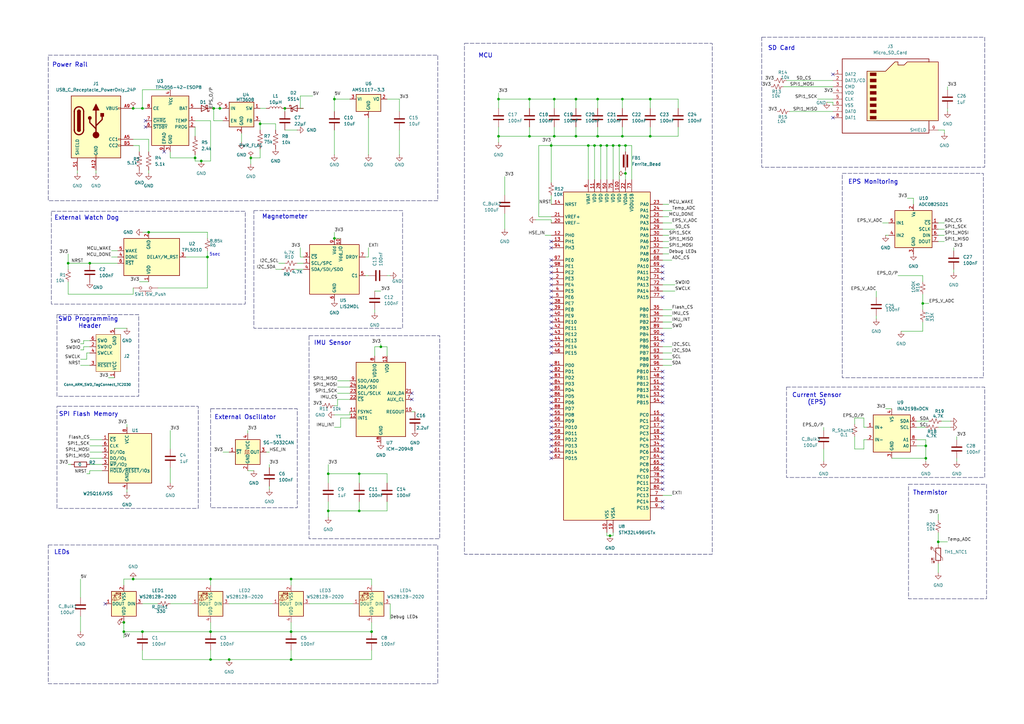
<source format=kicad_sch>
(kicad_sch (version 20250114) (generator "eeschema") (generator_version "9.0")
  (paper "A3")
  (title_block (title "OBC") (date "2026-02-09") (company "Origin Antares") (comment 1 "Designed by Harshini"))
  (rectangle (start 126.746 137.668) (end 180.34 220.98) (stroke (width 0) (type dash) (color 0 0 72 1)))
  (rectangle (start 19.812 223.52) (end 179.578 280.416) (stroke (width 0) (type dash) (color 0 0 72 1)))
  (rectangle (start 104.14 86.36) (end 165.1 134.62) (stroke (width 0) (type dash) (color 0 0 72 1)))
  (rectangle (start 372.618 198.628) (end 404.622 245.618) (stroke (width 0) (type dash) (color 0 0 72 1)))
  (rectangle (start 312.42 15.24) (end 403.86 68.58) (stroke (width 0) (type dash) (color 0 0 72 1)))
  (rectangle (start 19.812 22.606) (end 179.578 82.296) (stroke (width 0) (type dash) (color 0 0 72 1)))
  (rectangle (start 23.368 129.032) (end 56.896 162.56) (stroke (width 0) (type dash) (color 0 0 72 1)))
  (rectangle (start 190.5 17.78) (end 292.1 227.33) (stroke (width 0) (type dash) (color 0 0 72 1)))
  (rectangle (start 322.58 158.75) (end 403.86 195.834) (stroke (width 0) (type dash) (color 0 0 72 1)))
  (rectangle (start 345.44 71.12) (end 403.352 154.94) (stroke (width 0) (type dash) (color 0 0 72 1)))
  (rectangle (start 23.368 166.624) (end 81.28 208.534) (stroke (width 0) (type dash) (color 0 0 72 1)))
  (rectangle (start 21.082 86.614) (end 100.584 124.714) (stroke (width 0) (type dash) (color 0 0 72 1)))
  (rectangle (start 86.36 167.64) (end 121.92 208.28) (stroke (width 0) (type dash) (color 0 0 72 1)))
  (text "MCU" (at 199.136 22.86 0) (effects (font (size 1.778 1.778) (thickness 0.254) (bold yes))))
  (text "Thermistor" (at 381.508 202.184 0) (effects (font (size 1.778 1.778) (thickness 0.254) (bold yes))))
  (text "Current Sensor\n(EPS)" (at 335.026 163.576 0) (effects (font (size 1.778 1.778) (thickness 0.254) (bold yes))))
  (text "External Oscillator" (at 100.584 171.196 0) (effects (font (size 1.778 1.778) (thickness 0.254) (bold yes))))
  (text "Power Rail" (at 28.702 26.67 0) (effects (font (size 1.778 1.778) (thickness 0.254) (bold yes))))
  (text "LEDs\n" (at 25.4 226.568 0) (effects (font (size 1.778 1.778) (thickness 0.254) (bold yes))))
  (text "IMU Sensor\n" (at 136.398 140.716 0) (effects (font (size 1.778 1.778) (thickness 0.254) (bold yes))))
  (text "SPI Flash Memory" (at 36.322 169.926 0) (effects (font (size 1.778 1.778) (thickness 0.254) (bold yes))))
  (text "SWD Programming \nHeader\n" (at 36.83 132.334 0) (effects (font (size 1.778 1.778) (thickness 0.254) (bold yes))))
  (text "EPS Monitoring" (at 358.14 74.676 0) (effects (font (size 1.778 1.778) (thickness 0.254) (bold yes))))
  (text "Magnetometer" (at 116.84 88.9 0) (effects (font (size 1.778 1.778) (thickness 0.254) (bold yes))))
  (text "External Watch Dog" (at 35.56 89.408 0) (effects (font (size 1.778 1.778) (thickness 0.254) (bold yes))))
  (text "5sec\n" (at 88.138 104.394 0) (effects (font (size 1.27 1.27))))
  (text "SD Card" (at 320.548 19.812 0) (effects (font (size 1.778 1.778) (thickness 0.254) (bold yes))))
  (junction (at 137.16 97.79))
  (junction (at 384.81 222.25))
  (junction (at 102.87 64.77))
  (junction (at 119.38 259.08))
  (junction (at 378.46 124.46))
  (junction (at 60.96 95.25))
  (junction (at 241.3 59.69))
  (junction (at 245.11 55.88))
  (junction (at 86.36 259.08))
  (junction (at 147.32 194.31))
  (junction (at 217.17 40.64))
  (junction (at 152.4 259.08))
  (junction (at 58.42 44.45))
  (junction (at 36.83 107.95))
  (junction (at 116.84 44.45))
  (junction (at 134.62 194.31))
  (junction (at 90.17 44.45))
  (junction (at 147.32 209.55))
  (junction (at 266.7 40.64))
  (junction (at 245.11 40.64))
  (junction (at 379.73 182.88))
  (junction (at 256.54 71.12))
  (junction (at 243.84 59.69))
  (junction (at 217.17 55.88))
  (junction (at 226.06 59.69))
  (junction (at 251.46 59.69))
  (junction (at 27.94 107.95))
  (junction (at 204.47 40.64))
  (junction (at 137.16 40.64))
  (junction (at 256.54 59.69))
  (junction (at 255.27 55.88))
  (junction (at 85.09 105.41))
  (junction (at 50.8 259.08))
  (junction (at 236.22 40.64))
  (junction (at 93.98 270.51))
  (junction (at 82.55 66.04))
  (junction (at 227.33 40.64))
  (junction (at 119.38 270.51))
  (junction (at 156.21 142.24))
  (junction (at 86.36 270.51))
  (junction (at 119.38 237.49))
  (junction (at 248.92 59.69))
  (junction (at 50.8 255.27))
  (junction (at 54.61 44.45))
  (junction (at 87.63 44.45))
  (junction (at 80.01 64.77))
  (junction (at 255.27 40.64))
  (junction (at 58.42 259.08))
  (junction (at 86.36 237.49))
  (junction (at 254 59.69))
  (junction (at 379.73 187.96))
  (junction (at 204.47 55.88))
  (junction (at 236.22 55.88))
  (junction (at 227.33 55.88))
  (junction (at 54.61 237.49))
  (junction (at 266.7 55.88))
  (junction (at 106.68 50.8))
  (junction (at 246.38 59.69))
  (junction (at 250.19 219.71))
  (junction (at 134.62 209.55))
  (no_connect (at 271.78 177.8))
  (no_connect (at 226.06 172.72))
  (no_connect (at 271.78 172.72))
  (no_connect (at 271.78 160.02))
  (no_connect (at 226.06 167.64))
  (no_connect (at 226.06 119.38))
  (no_connect (at 271.78 180.34))
  (no_connect (at 226.06 106.68))
  (no_connect (at 226.06 127))
  (no_connect (at 271.78 111.76))
  (no_connect (at 271.78 121.92))
  (no_connect (at 226.06 149.86))
  (no_connect (at 226.06 177.8))
  (no_connect (at 341.63 48.26))
  (no_connect (at 226.06 152.4))
  (no_connect (at 271.78 157.48))
  (no_connect (at 271.78 195.58))
  (no_connect (at 271.78 200.66))
  (no_connect (at 59.69 52.07))
  (no_connect (at 226.06 137.16))
  (no_connect (at 271.78 208.28))
  (no_connect (at 168.91 161.29))
  (no_connect (at 226.06 109.22))
  (no_connect (at 271.78 162.56))
  (no_connect (at 226.06 134.62))
  (no_connect (at 271.78 152.4))
  (no_connect (at 226.06 124.46))
  (no_connect (at 271.78 165.1))
  (no_connect (at 271.78 139.7))
  (no_connect (at 226.06 182.88))
  (no_connect (at 226.06 180.34))
  (no_connect (at 226.06 170.18))
  (no_connect (at 226.06 154.94))
  (no_connect (at 271.78 187.96))
  (no_connect (at 271.78 137.16))
  (no_connect (at 271.78 190.5))
  (no_connect (at 226.06 175.26))
  (no_connect (at 226.06 165.1))
  (no_connect (at 271.78 154.94))
  (no_connect (at 226.06 185.42))
  (no_connect (at 168.91 163.83))
  (no_connect (at 271.78 182.88))
  (no_connect (at 226.06 121.92))
  (no_connect (at 271.78 205.74))
  (no_connect (at 67.31 62.23))
  (no_connect (at 271.78 170.18))
  (no_connect (at 226.06 111.76))
  (no_connect (at 226.06 132.08))
  (no_connect (at 271.78 193.04))
  (no_connect (at 226.06 139.7))
  (no_connect (at 271.78 198.12))
  (no_connect (at 43.18 247.65))
  (no_connect (at 226.06 157.48))
  (no_connect (at 226.06 101.6))
  (no_connect (at 226.06 160.02))
  (no_connect (at 59.69 49.53))
  (no_connect (at 226.06 144.78))
  (no_connect (at 271.78 109.22))
  (no_connect (at 271.78 185.42))
  (no_connect (at 226.06 142.24))
  (no_connect (at 271.78 175.26))
  (no_connect (at 226.06 116.84))
  (no_connect (at 226.06 99.06))
  (no_connect (at 341.63 30.48))
  (no_connect (at 226.06 129.54))
  (no_connect (at 226.06 114.3))
  (no_connect (at 226.06 162.56))
  (no_connect (at 226.06 187.96))
  (no_connect (at 271.78 114.3))
  (wire (pts (xy 204.47 55.88) (xy 204.47 58.42)))
  (wire (pts (xy 384.81 175.26) (xy 389.89 175.26)))
  (wire (pts (xy 271.78 96.52) (xy 274.32 96.52)))
  (wire (pts (xy 236.22 55.88) (xy 245.11 55.88)))
  (wire (pts (xy 52.07 173.99) (xy 52.07 175.26)))
  (wire (pts (xy 359.41 119.38) (xy 359.41 121.92)))
  (wire (pts (xy 246.38 59.69) (xy 248.92 59.69)))
  (wire (pts (xy 123.19 39.37) (xy 128.27 39.37)))
  (wire (pts (xy 27.94 107.95) (xy 27.94 110.49)))
  (wire (pts (xy 363.22 167.64) (xy 365.76 167.64)))
  (wire (pts (xy 134.62 209.55) (xy 134.62 212.09)))
  (wire (pts (xy 57.15 115.57) (xy 60.96 115.57)))
  (wire (pts (xy 220.98 88.9) (xy 220.98 59.69)))
  (wire (pts (xy 271.78 116.84) (xy 276.86 116.84)))
  (wire (pts (xy 138.43 166.37) (xy 138.43 163.83)))
  (wire (pts (xy 379.73 182.88) (xy 375.92 182.88)))
  (wire (pts (xy 34.29 143.51) (xy 34.29 142.24)))
  (wire (pts (xy 69.85 64.77) (xy 80.01 64.77)))
  (wire (pts (xy 160.02 247.65) (xy 160.02 254)))
  (wire (pts (xy 246.38 59.69) (xy 246.38 73.66)))
  (wire (pts (xy 153.67 146.05) (xy 153.67 142.24)))
  (wire (pts (xy 219.71 90.17) (xy 226.06 90.17)))
  (wire (pts (xy 106.68 44.45) (xy 109.22 44.45)))
  (wire (pts (xy 134.62 198.12) (xy 134.62 194.31)))
  (wire (pts (xy 256.54 69.85) (xy 256.54 71.12)))
  (wire (pts (xy 204.47 52.07) (xy 204.47 55.88)))
  (wire (pts (xy 44.45 154.94) (xy 46.99 154.94)))
  (wire (pts (xy 99.06 54.61) (xy 99.06 58.42)))
  (wire (pts (xy 120.65 110.49) (xy 124.46 110.49)))
  (wire (pts (xy 217.17 52.07) (xy 217.17 55.88)))
  (wire (pts (xy 354.33 171.45) (xy 354.33 175.26)))
  (wire (pts (xy 204.47 55.88) (xy 217.17 55.88)))
  (wire (pts (xy 106.68 50.8) (xy 106.68 53.34)))
  (wire (pts (xy 86.36 237.49) (xy 86.36 240.03)))
  (wire (pts (xy 137.16 53.34) (xy 137.16 63.5)))
  (wire (pts (xy 35.56 144.78) (xy 36.83 144.78)))
  (wire (pts (xy 138.43 161.29) (xy 143.51 161.29)))
  (wire (pts (xy 134.62 190.5) (xy 134.62 194.31)))
  (wire (pts (xy 278.13 40.64) (xy 266.7 40.64)))
  (wire (pts (xy 236.22 40.64) (xy 245.11 40.64)))
  (wire (pts (xy 251.46 59.69) (xy 254 59.69)))
  (wire (pts (xy 58.42 95.25) (xy 60.96 95.25)))
  (wire (pts (xy 156.21 119.38) (xy 153.67 119.38)))
  (wire (pts (xy 137.16 40.64) (xy 143.51 40.64)))
  (wire (pts (xy 388.62 44.45) (xy 388.62 45.72)))
  (wire (pts (xy 34.29 142.24) (xy 36.83 142.24)))
  (wire (pts (xy 119.38 255.27) (xy 119.38 259.08)))
  (wire (pts (xy 241.3 59.69) (xy 243.84 59.69)))
  (wire (pts (xy 236.22 52.07) (xy 236.22 55.88)))
  (wire (pts (xy 60.96 57.15) (xy 60.96 62.23)))
  (wire (pts (xy 102.87 64.77) (xy 102.87 67.31)))
  (wire (pts (xy 158.75 194.31) (xy 147.32 194.31)))
  (wire (pts (xy 204.47 40.64) (xy 217.17 40.64)))
  (wire (pts (xy 123.19 101.6) (xy 123.19 105.41)))
  (wire (pts (xy 33.02 143.51) (xy 34.29 143.51)))
  (wire (pts (xy 271.78 127) (xy 275.59 127)))
  (wire (pts (xy 27.94 107.95) (xy 36.83 107.95)))
  (wire (pts (xy 335.28 40.64) (xy 341.63 40.64)))
  (wire (pts (xy 251.46 219.71) (xy 250.19 219.71)))
  (wire (pts (xy 271.78 203.2) (xy 275.59 203.2)))
  (wire (pts (xy 271.78 88.9) (xy 274.32 88.9)))
  (wire (pts (xy 58.42 44.45) (xy 59.69 44.45)))
  (wire (pts (xy 245.11 52.07) (xy 245.11 55.88)))
  (wire (pts (xy 250.19 219.71) (xy 248.92 219.71)))
  (wire (pts (xy 134.62 205.74) (xy 134.62 209.55)))
  (wire (pts (xy 255.27 40.64) (xy 266.7 40.64)))
  (wire (pts (xy 271.78 129.54) (xy 275.59 129.54)))
  (wire (pts (xy 27.94 190.5) (xy 29.21 190.5)))
  (wire (pts (xy 374.65 81.28) (xy 374.65 83.82)))
  (wire (pts (xy 34.29 139.7) (xy 34.29 140.97)))
  (wire (pts (xy 36.83 107.95) (xy 48.26 107.95)))
  (wire (pts (xy 271.78 149.86) (xy 275.59 149.86)))
  (wire (pts (xy 359.41 129.54) (xy 359.41 130.81)))
  (wire (pts (xy 102.87 64.77) (xy 106.68 64.77)))
  (wire (pts (xy 33.02 252.73) (xy 33.02 259.08)))
  (wire (pts (xy 138.43 158.75) (xy 143.51 158.75)))
  (wire (pts (xy 354.33 180.34) (xy 355.6 180.34)))
  (wire (pts (xy 217.17 40.64) (xy 217.17 44.45)))
  (wire (pts (xy 255.27 40.64) (xy 255.27 44.45)))
  (wire (pts (xy 384.81 93.98) (xy 387.35 93.98)))
  (wire (pts (xy 363.22 96.52) (xy 364.49 96.52)))
  (wire (pts (xy 339.09 41.91) (xy 341.63 41.91)))
  (wire (pts (xy 248.92 59.69) (xy 248.92 73.66)))
  (wire (pts (xy 271.78 104.14) (xy 274.32 104.14)))
  (wire (pts (xy 386.08 172.72) (xy 389.89 172.72)))
  (wire (pts (xy 271.78 93.98) (xy 276.86 93.98)))
  (wire (pts (xy 375.92 172.72) (xy 381 172.72)))
  (wire (pts (xy 226.06 58.42) (xy 226.06 59.69)))
  (wire (pts (xy 369.57 135.89) (xy 378.46 135.89)))
  (wire (pts (xy 251.46 218.44) (xy 251.46 219.71)))
  (wire (pts (xy 266.7 55.88) (xy 266.7 52.07)))
  (wire (pts (xy 163.83 53.34) (xy 163.83 63.5)))
  (wire (pts (xy 36.83 185.42) (xy 41.91 185.42)))
  (wire (pts (xy 69.85 36.83) (xy 58.42 36.83)))
  (wire (pts (xy 90.17 44.45) (xy 91.44 44.45)))
  (wire (pts (xy 241.3 73.66) (xy 241.3 59.69)))
  (wire (pts (xy 114.3 107.95) (xy 116.84 107.95)))
  (wire (pts (xy 271.78 99.06) (xy 274.32 99.06)))
  (wire (pts (xy 350.52 171.45) (xy 354.33 171.45)))
  (wire (pts (xy 255.27 55.88) (xy 266.7 55.88)))
  (wire (pts (xy 36.83 180.34) (xy 41.91 180.34)))
  (wire (pts (xy 119.38 270.51) (xy 152.4 270.51)))
  (wire (pts (xy 87.63 49.53) (xy 87.63 44.45)))
  (wire (pts (xy 226.06 88.9) (xy 220.98 88.9)))
  (wire (pts (xy 361.95 91.44) (xy 364.49 91.44)))
  (wire (pts (xy 110.49 199.39) (xy 110.49 200.66)))
  (wire (pts (xy 354.33 180.34) (xy 354.33 184.15)))
  (wire (pts (xy 391.16 110.49) (xy 391.16 111.76)))
  (wire (pts (xy 147.32 194.31) (xy 147.32 198.12)))
  (wire (pts (xy 50.8 259.08) (xy 50.8 261.62)))
  (wire (pts (xy 80.01 63.5) (xy 80.01 64.77)))
  (wire (pts (xy 147.32 205.74) (xy 147.32 209.55)))
  (wire (pts (xy 158.75 142.24) (xy 158.75 146.05)))
  (wire (pts (xy 153.67 142.24) (xy 156.21 142.24)))
  (wire (pts (xy 266.7 40.64) (xy 266.7 44.45)))
  (wire (pts (xy 226.06 80.01) (xy 226.06 83.82)))
  (wire (pts (xy 119.38 237.49) (xy 152.4 237.49)))
  (wire (pts (xy 378.46 120.65) (xy 378.46 124.46)))
  (wire (pts (xy 372.11 81.28) (xy 374.65 81.28)))
  (wire (pts (xy 137.16 175.26) (xy 139.7 175.26)))
  (wire (pts (xy 36.83 187.96) (xy 41.91 187.96)))
  (wire (pts (xy 226.06 90.17) (xy 226.06 91.44)))
  (wire (pts (xy 58.42 36.83) (xy 58.42 44.45)))
  (wire (pts (xy 243.84 59.69) (xy 246.38 59.69)))
  (wire (pts (xy 87.63 44.45) (xy 90.17 44.45)))
  (wire (pts (xy 151.13 101.6) (xy 151.13 105.41)))
  (wire (pts (xy 255.27 52.07) (xy 255.27 55.88)))
  (wire (pts (xy 271.78 147.32) (xy 275.59 147.32)))
  (wire (pts (xy 379.73 180.34) (xy 379.73 182.88)))
  (wire (pts (xy 54.61 44.45) (xy 58.42 44.45)))
  (wire (pts (xy 119.38 237.49) (xy 119.38 240.03)))
  (wire (pts (xy 384.81 91.44) (xy 387.35 91.44)))
  (wire (pts (xy 387.35 53.34) (xy 387.35 54.61)))
  (wire (pts (xy 137.16 166.37) (xy 138.43 166.37)))
  (wire (pts (xy 226.06 59.69) (xy 241.3 59.69)))
  (wire (pts (xy 271.78 142.24) (xy 275.59 142.24)))
  (wire (pts (xy 27.94 104.14) (xy 27.94 107.95)))
  (wire (pts (xy 384.81 53.34) (xy 387.35 53.34)))
  (wire (pts (xy 243.84 59.69) (xy 243.84 73.66)))
  (wire (pts (xy 36.83 194.31) (xy 35.56 194.31)))
  (wire (pts (xy 60.96 71.12) (xy 60.96 69.85)))
  (wire (pts (xy 139.7 175.26) (xy 139.7 171.45)))
  (wire (pts (xy 220.98 59.69) (xy 226.06 59.69)))
  (wire (pts (xy 69.85 247.65) (xy 78.74 247.65)))
  (wire (pts (xy 341.63 41.91) (xy 341.63 43.18)))
  (wire (pts (xy 121.92 107.95) (xy 124.46 107.95)))
  (wire (pts (xy 86.36 259.08) (xy 119.38 259.08)))
  (wire (pts (xy 101.6 176.53) (xy 101.6 177.8)))
  (wire (pts (xy 69.85 62.23) (xy 69.85 64.77)))
  (wire (pts (xy 86.36 270.51) (xy 93.98 270.51)))
  (wire (pts (xy 50.8 255.27) (xy 50.8 259.08)))
  (wire (pts (xy 254 59.69) (xy 256.54 59.69)))
  (wire (pts (xy 54.61 120.65) (xy 27.94 120.65)))
  (wire (pts (xy 52.07 200.66) (xy 52.07 201.93)))
  (wire (pts (xy 271.78 91.44) (xy 275.59 91.44)))
  (wire (pts (xy 158.75 40.64) (xy 163.83 40.64)))
  (wire (pts (xy 80.01 52.07) (xy 80.01 55.88)))
  (wire (pts (xy 36.83 193.04) (xy 41.91 193.04)))
  (wire (pts (xy 388.62 222.25) (xy 384.81 222.25)))
  (wire (pts (xy 217.17 40.64) (xy 227.33 40.64)))
  (wire (pts (xy 251.46 59.69) (xy 251.46 73.66)))
  (wire (pts (xy 69.85 176.53) (xy 69.85 184.15)))
  (wire (pts (xy 245.11 40.64) (xy 245.11 44.45)))
  (wire (pts (xy 365.76 187.96) (xy 379.73 187.96)))
  (wire (pts (xy 388.62 35.56) (xy 388.62 36.83)))
  (wire (pts (xy 321.31 35.56) (xy 341.63 35.56)))
  (wire (pts (xy 149.86 105.41) (xy 151.13 105.41)))
  (wire (pts (xy 156.21 142.24) (xy 158.75 142.24)))
  (wire (pts (xy 323.85 45.72) (xy 341.63 45.72)))
  (wire (pts (xy 227.33 55.88) (xy 236.22 55.88)))
  (wire (pts (xy 204.47 44.45) (xy 204.47 40.64)))
  (wire (pts (xy 86.36 255.27) (xy 86.36 259.08)))
  (wire (pts (xy 248.92 219.71) (xy 248.92 218.44)))
  (wire (pts (xy 101.6 193.04) (xy 104.14 193.04)))
  (wire (pts (xy 119.38 259.08) (xy 152.4 259.08)))
  (wire (pts (xy 80.01 64.77) (xy 80.01 66.04)))
  (wire (pts (xy 54.61 120.65) (xy 54.61 118.11)))
  (wire (pts (xy 149.86 113.03) (xy 151.13 113.03)))
  (wire (pts (xy 85.09 102.87) (xy 85.09 105.41)))
  (wire (pts (xy 85.09 105.41) (xy 85.09 118.11)))
  (wire (pts (xy 278.13 55.88) (xy 266.7 55.88)))
  (wire (pts (xy 45.72 105.41) (xy 48.26 105.41)))
  (wire (pts (xy 207.01 72.39) (xy 207.01 80.01)))
  (wire (pts (xy 69.85 191.77) (xy 69.85 198.12)))
  (wire (pts (xy 123.19 39.37) (xy 123.19 44.45)))
  (wire (pts (xy 245.11 55.88) (xy 255.27 55.88)))
  (wire (pts (xy 378.46 124.46) (xy 381 124.46)))
  (wire (pts (xy 113.03 50.8) (xy 106.68 50.8)))
  (wire (pts (xy 93.98 270.51) (xy 119.38 270.51)))
  (wire (pts (xy 46.99 134.62) (xy 52.07 134.62)))
  (wire (pts (xy 39.37 71.12) (xy 39.37 69.85)))
  (wire (pts (xy 91.44 49.53) (xy 87.63 49.53)))
  (wire (pts (xy 36.83 182.88) (xy 41.91 182.88)))
  (wire (pts (xy 278.13 44.45) (xy 278.13 40.64)))
  (wire (pts (xy 337.82 184.15) (xy 337.82 189.23)))
  (wire (pts (xy 379.73 189.23) (xy 379.73 187.96)))
  (wire (pts (xy 86.36 237.49) (xy 119.38 237.49)))
  (wire (pts (xy 57.15 59.69) (xy 57.15 62.23)))
  (wire (pts (xy 93.98 247.65) (xy 111.76 247.65)))
  (wire (pts (xy 350.52 179.07) (xy 350.52 184.15)))
  (wire (pts (xy 86.36 49.53) (xy 86.36 66.04)))
  (wire (pts (xy 227.33 52.07) (xy 227.33 55.88)))
  (wire (pts (xy 137.16 40.64) (xy 137.16 45.72)))
  (wire (pts (xy 80.01 66.04) (xy 82.55 66.04)))
  (wire (pts (xy 379.73 187.96) (xy 379.73 182.88)))
  (wire (pts (xy 76.2 105.41) (xy 85.09 105.41)))
  (wire (pts (xy 33.02 147.32) (xy 35.56 147.32)))
  (wire (pts (xy 86.36 66.04) (xy 82.55 66.04)))
  (wire (pts (xy 50.8 259.08) (xy 58.42 259.08)))
  (wire (pts (xy 271.78 106.68) (xy 275.59 106.68)))
  (wire (pts (xy 54.61 237.49) (xy 86.36 237.49)))
  (wire (pts (xy 50.8 237.49) (xy 50.8 240.03)))
  (wire (pts (xy 152.4 259.08) (xy 152.4 255.27)))
  (wire (pts (xy 91.44 185.42) (xy 93.98 185.42)))
  (wire (pts (xy 139.7 171.45) (xy 143.51 171.45)))
  (wire (pts (xy 384.81 96.52) (xy 387.35 96.52)))
  (wire (pts (xy 245.11 40.64) (xy 255.27 40.64)))
  (wire (pts (xy 36.83 193.04) (xy 36.83 194.31)))
  (wire (pts (xy 354.33 175.26) (xy 355.6 175.26)))
  (wire (pts (xy 106.68 49.53) (xy 106.68 50.8)))
  (wire (pts (xy 337.82 175.26) (xy 337.82 176.53)))
  (wire (pts (xy 36.83 139.7) (xy 34.29 139.7)))
  (wire (pts (xy 226.06 59.69) (xy 226.06 74.93)))
  (wire (pts (xy 33.02 149.86) (xy 36.83 149.86)))
  (wire (pts (xy 60.96 95.25) (xy 85.09 95.25)))
  (wire (pts (xy 134.62 194.31) (xy 147.32 194.31)))
  (wire (pts (xy 275.59 144.78) (xy 271.78 144.78)))
  (wire (pts (xy 158.75 205.74) (xy 158.75 209.55)))
  (wire (pts (xy 236.22 40.64) (xy 236.22 44.45)))
  (wire (pts (xy 392.43 187.96) (xy 392.43 189.23)))
  (wire (pts (xy 123.19 105.41) (xy 124.46 105.41)))
  (wire (pts (xy 58.42 259.08) (xy 86.36 259.08)))
  (wire (pts (xy 158.75 198.12) (xy 158.75 194.31)))
  (wire (pts (xy 378.46 132.08) (xy 378.46 135.89)))
  (wire (pts (xy 58.42 247.65) (xy 64.77 247.65)))
  (wire (pts (xy 31.75 69.85) (xy 31.75 71.12)))
  (wire (pts (xy 384.81 218.44) (xy 384.81 222.25)))
  (wire (pts (xy 45.72 102.87) (xy 48.26 102.87)))
  (wire (pts (xy 109.22 185.42) (xy 110.49 185.42)))
  (wire (pts (xy 113.03 53.34) (xy 113.03 50.8)))
  (wire (pts (xy 256.54 59.69) (xy 256.54 62.23)))
  (wire (pts (xy 271.78 101.6) (xy 274.32 101.6)))
  (wire (pts (xy 271.78 132.08) (xy 275.59 132.08)))
  (wire (pts (xy 278.13 52.07) (xy 278.13 55.88)))
  (wire (pts (xy 271.78 134.62) (xy 275.59 134.62)))
  (wire (pts (xy 158.75 113.03) (xy 160.02 113.03)))
  (wire (pts (xy 378.46 124.46) (xy 378.46 127)))
  (wire (pts (xy 110.49 190.5) (xy 110.49 191.77)))
  (wire (pts (xy 134.62 209.55) (xy 147.32 209.55)))
  (wire (pts (xy 259.08 59.69) (xy 259.08 73.66)))
  (wire (pts (xy 58.42 270.51) (xy 86.36 270.51)))
  (wire (pts (xy 138.43 156.21) (xy 143.51 156.21)))
  (wire (pts (xy 50.8 237.49) (xy 54.61 237.49)))
  (wire (pts (xy 227.33 40.64) (xy 227.33 44.45)))
  (wire (pts (xy 36.83 190.5) (xy 41.91 190.5)))
  (wire (pts (xy 156.21 140.97) (xy 156.21 142.24)))
  (wire (pts (xy 137.16 170.18) (xy 143.51 170.18)))
  (wire (pts (xy 143.51 170.18) (xy 143.51 168.91)))
  (wire (pts (xy 163.83 45.72) (xy 163.83 40.64)))
  (wire (pts (xy 384.81 231.14) (xy 384.81 234.95)))
  (wire (pts (xy 350.52 184.15) (xy 354.33 184.15)))
  (wire (pts (xy 384.81 99.06) (xy 387.35 99.06)))
  (wire (pts (xy 223.52 96.52) (xy 226.06 96.52)))
  (wire (pts (xy 34.29 140.97) (xy 33.02 140.97)))
  (wire (pts (xy 322.58 33.02) (xy 341.63 33.02)))
  (wire (pts (xy 137.16 95.25) (xy 137.16 97.79)))
  (wire (pts (xy 227.33 40.64) (xy 236.22 40.64)))
  (wire (pts (xy 86.36 266.7) (xy 86.36 270.51)))
  (wire (pts (xy 217.17 55.88) (xy 227.33 55.88)))
  (wire (pts (xy 350.52 171.45) (xy 350.52 173.99)))
  (wire (pts (xy 204.47 38.1) (xy 204.47 40.64)))
  (wire (pts (xy 256.54 59.69) (xy 259.08 59.69)))
  (wire (pts (xy 152.4 270.51) (xy 152.4 266.7)))
  (wire (pts (xy 375.92 175.26) (xy 379.73 175.26)))
  (wire (pts (xy 254 59.69) (xy 254 73.66)))
  (wire (pts (xy 384.81 222.25) (xy 384.81 223.52)))
  (wire (pts (xy 138.43 163.83) (xy 143.51 163.83)))
  (wire (pts (xy 54.61 57.15) (xy 60.96 57.15)))
  (wire (pts (xy 271.78 119.38) (xy 276.86 119.38)))
  (wire (pts (xy 85.09 118.11) (xy 64.77 118.11)))
  (wire (pts (xy 27.94 115.57) (xy 27.94 120.65)))
  (wire (pts (xy 35.56 147.32) (xy 35.56 144.78)))
  (wire (pts (xy 248.92 59.69) (xy 251.46 59.69)))
  (wire (pts (xy 391.16 101.6) (xy 391.16 102.87)))
  (wire (pts (xy 54.61 59.69) (xy 57.15 59.69)))
  (wire (pts (xy 368.3 113.03) (xy 378.46 113.03)))
  (wire (pts (xy 127 247.65) (xy 144.78 247.65)))
  (wire (pts (xy 106.68 64.77) (xy 106.68 60.96)))
  (wire (pts (xy 113.03 110.49) (xy 115.57 110.49)))
  (wire (pts (xy 33.02 237.49) (xy 33.02 245.11)))
  (wire (pts (xy 207.01 87.63) (xy 207.01 93.98)))
  (wire (pts (xy 137.16 97.79) (xy 139.7 97.79)))
  (wire (pts (xy 151.13 48.26) (xy 151.13 63.5)))
  (wire (pts (xy 58.42 266.7) (xy 58.42 270.51)))
  (wire (pts (xy 152.4 240.03) (xy 152.4 237.49)))
  (wire (pts (xy 153.67 127) (xy 153.67 128.27)))
  (wire (pts (xy 158.75 209.55) (xy 147.32 209.55)))
  (wire (pts (xy 271.78 83.82) (xy 274.32 83.82)))
  (wire (pts (xy 168.91 168.91) (xy 170.18 168.91)))
  (wire (pts (xy 137.16 39.37) (xy 137.16 40.64)))
  (wire (pts (xy 375.92 180.34) (xy 379.73 180.34)))
  (wire (pts (xy 271.78 86.36) (xy 275.59 86.36)))
  (wire (pts (xy 392.43 179.07) (xy 392.43 180.34)))
  (wire (pts (xy 123.19 44.45) (xy 124.46 44.45)))
  (wire (pts (xy 116.84 53.34) (xy 121.92 53.34)))
  (wire (pts (xy 384.81 210.82) (xy 384.81 213.36)))
  (wire (pts (xy 256.54 71.12) (xy 256.54 73.66)))
  (wire (pts (xy 85.09 97.79) (xy 85.09 95.25)))
  (wire (pts (xy 119.38 266.7) (xy 119.38 270.51)))
  (wire (pts (xy 116.84 45.72) (xy 116.84 44.45)))
  (wire (pts (xy 378.46 115.57) (xy 378.46 113.03)))
  (wire (pts (xy 80.01 49.53) (xy 86.36 49.53)))
  (label "HSE_IN" (at 110.49 185.42 0))
  (label "EPS_O{slash}P" (at 354.33 171.45 180))
  (label "SPI1_SCK" (at 387.35 93.98 0))
  (label "IMU_INT" (at 137.16 175.26 180))
  (label "EPS_V_ADC" (at 275.59 91.44 0))
  (label "3V3" (at 384.81 210.82 180))
  (label "3V3" (at 316.23 35.56 180))
  (label "5V" (at 128.27 39.37 0) (effects (font (thickness 0.1588))))
  (label "5V" (at 33.02 237.49 0) (effects (font (thickness 0.1588))))
  (label "3V3" (at 91.44 185.42 180))
  (label "SCL" (at 377.19 175.26 0))
  (label "SCL" (at 275.59 147.32 0))
  (label "NRST" (at 29.21 107.95 0))
  (label "5V" (at 50.8 261.62 0) (effects (font (thickness 0.1588))))
  (label "EPS_V_ADC" (at 359.41 119.38 180))
  (label "SPI1_SCK" (at 138.43 161.29 180))
  (label "3V3" (at 123.19 101.6 180))
  (label "EPS_O{slash}P" (at 368.3 113.03 180))
  (label "SD_CS" (at 276.86 93.98 0))
  (label "SD_CS" (at 332.74 33.02 180))
  (label "3V3" (at 163.83 40.64 0))
  (label "I2C_SCL" (at 114.3 107.95 180))
  (label "SPI1_SCK" (at 274.32 96.52 0))
  (label "3V3" (at 156.21 140.97 180))
  (label "SPI1_MISO" (at 36.83 187.96 180))
  (label "SDA" (at 275.59 149.86 0))
  (label "3V3" (at 44.45 154.94 180))
  (label "SPI1_MISO" (at 387.35 99.06 0))
  (label "ADC_CS" (at 387.35 91.44 0))
  (label "MCU_DONE" (at 45.72 105.41 180))
  (label "Temp_ADC" (at 388.62 222.25 0))
  (label "I2C_SCL" (at 275.59 142.24 0))
  (label "SWDIO" (at 33.02 143.51 180))
  (label "3V3" (at 363.22 167.64 180))
  (label "EPS_V_ADC" (at 361.95 91.44 180))
  (label "SPI1_MISO" (at 335.28 45.72 180))
  (label "SPI1_MOSI" (at 274.32 101.6 0))
  (label "3V3" (at 391.16 101.6 0))
  (label "SWO" (at 275.59 134.62 0))
  (label "3V3" (at 57.15 115.57 180))
  (label "EPS_O{slash}P" (at 87.63 44.45 90))
  (label "SWCLK" (at 33.02 147.32 180))
  (label "3V3" (at 27.94 104.14 180))
  (label "SPI1_MOSI" (at 138.43 158.75 180))
  (label "3V3" (at 101.6 176.53 0))
  (label "3V3" (at 69.85 176.53 0))
  (label "SDA" (at 377.19 172.72 0))
  (label "SWCLK" (at 276.86 119.38 0))
  (label "SPI1_MISO" (at 138.43 156.21 180))
  (label "SPI1_SCK" (at 335.28 40.64 180))
  (label "3V3" (at 134.62 190.5 0))
  (label "3V3" (at 204.47 38.1 0))
  (label "Debug LEDs" (at 160.02 254 0) (effects (font (thickness 0.1588))))
  (label "Temp_ADC" (at 275.59 86.36 0))
  (label "3V3" (at 372.11 81.28 180))
  (label "5V" (at 137.16 39.37 0) (effects (font (thickness 0.1588))))
  (label "ADC_CS" (at 275.59 106.68 0))
  (label "3V3" (at 341.63 38.1 180))
  (label "MCU_WAKE" (at 45.72 102.87 180))
  (label "3V3" (at 156.21 119.38 0))
  (label "I2C_SDA" (at 275.59 144.78 0))
  (label "SPI1_SCK" (at 36.83 182.88 180))
  (label "3V3" (at 317.5 33.02 180))
  (label "EXTI" (at 151.13 101.6 0))
  (label "EPS_V_ADC" (at 381 124.46 0))
  (label "NRST" (at 33.02 149.86 180))
  (label "3V3" (at 207.01 72.39 0))
  (label "SPI1_MOSI" (at 334.01 35.56 180))
  (label "SWDIO" (at 276.86 116.84 0))
  (label "HSE_IN" (at 223.52 96.52 180))
  (label "3V3" (at 388.62 35.56 0))
  (label "Debug LEDs" (at 274.32 104.14 0) (effects (font (thickness 0.1588))))
  (label "NRST" (at 226.06 83.82 180))
  (label "SPI1_MISO" (at 274.32 99.06 0))
  (label "MCU_DONE" (at 274.32 88.9 0))
  (label "3V3" (at 132.08 166.37 180))
  (label "I2C_SDA" (at 113.03 110.49 180))
  (label "IMU_INT" (at 275.59 132.08 0))
  (label "3V3" (at 27.94 190.5 180))
  (label "3V3" (at 110.49 190.5 0))
  (label "NRST" (at 35.56 194.31 180))
  (label "3V3" (at 226.06 58.42 180))
  (label "EPS_O{slash}P" (at 337.82 175.26 180))
  (label "SPI1_MOSI" (at 36.83 185.42 180))
  (label "3V3" (at 392.43 179.07 0))
  (label "SPI1_MOSI" (at 387.35 96.52 0))
  (label "IMU_CS" (at 138.43 163.83 180))
  (label "3V3" (at 318.77 45.72 180))
  (label "MCU_WAKE" (at 274.32 83.82 0))
  (label "SWO" (at 33.02 140.97 180))
  (label "3V3" (at 137.16 95.25 0))
  (label "Flash_CS" (at 36.83 180.34 180))
  (label "Flash_CS" (at 275.59 127 0))
  (label "IMU_CS" (at 275.59 129.54 0))
  (label "3V3" (at 52.07 173.99 180))
  (label "EXTI" (at 275.59 203.2 0))
  (symbol (lib_id "Device:C") (at 116.84 49.53 0) (unit 1)
    (property "Reference" "C7" (at 120.65 48.2599 0) (effects (justify left)))
    (property "Value" "22µF" (at 120.65 50.7999 0) (effects (justify left)))
    (property "Footprint" "Capacitor_SMD:C_1206_3216Metric" (effects (hide yes)))
    (property "Description" "Unpolarized capacitor" (effects (hide yes)))
  )
  (symbol (lib_id "Device:C") (at 153.67 123.19 0) (unit 1)
    (property "Reference" "C12" (at 157.48 121.9199 0) (effects (justify left)))
    (property "Value" "100nF" (at 157.48 124.4599 0) (effects (justify left)))
    (property "Footprint" "Capacitor_SMD:C_0603_1608Metric" (effects (hide yes)))
    (property "Description" "Unpolarized capacitor" (effects (hide yes)))
  )
  (symbol (lib_id "Device:C") (at 69.85 187.96 0) (unit 1)
    (property "Reference" "C4" (at 73.66 186.6899 0) (effects (justify left)))
    (property "Value" "1uF" (at 73.66 189.2299 0) (effects (justify left)))
    (property "Footprint" "Capacitor_SMD:C_0603_1608Metric" (effects (hide yes)))
    (property "Description" "Unpolarized capacitor" (effects (hide yes)))
  )
  (symbol (lib_id "power:GND") (at 58.42 95.25 270) (unit 1)
    (property "Reference" "#PWR08" (effects (hide yes)))
    (property "Value" "GND" (at 54.61 95.2499 90) (effects (justify right)))
    (property "Description" "Power symbol creates a global label with name \"GND\" , ground" (effects (hide yes)))
  )
  (symbol (lib_id "power:GND") (at 163.83 63.5 0) (unit 1)
    (property "Reference" "#PWR027" (effects (hide yes)))
    (property "Value" "GND" (at 163.83 67.564 0))
    (property "Description" "Power symbol creates a global label with name \"GND\" , ground" (effects (hide yes)))
  )
  (symbol (lib_id "power:GND") (at 391.16 111.76 0) (unit 1)
    (property "Reference" "#PWR042" (effects (hide yes)))
    (property "Value" "GND" (at 391.16 116.84 0))
    (property "Description" "Power symbol creates a global label with name \"GND\" , ground" (effects (hide yes)))
  )
  (symbol (lib_id "Device:R_Small_US") (at 382.27 175.26 90) (unit 1)
    (property "Reference" "R18" (at 382.27 177.038 90))
    (property "Value" "4.7K" (at 382.016 178.816 90))
    (property "Footprint" "PCM_Resistor_SMD_AKL:R_0603_1608Metric" (effects (hide yes)))
    (property "Description" "Resistor, small US symbol" (effects (hide yes)))
  )
  (symbol (lib_id "LED:WS2812B-2020") (at 86.36 247.65 180) (unit 1)
    (property "Reference" "LED2" (at 100.33 242.2046 0))
    (property "Value" "WS2812B-2020" (at 100.33 244.7446 0))
    (property "Footprint" "LED_SMD:LED_WS2812B-2020_PLCC4_2.0x2.0mm" (effects (hide yes)))
    (property "Datasheet" "https://cdn-shop.adafruit.com/product-files/4684/4684_WS2812B-2020_V1.3_EN.pdf" (effects (hide yes)))
    (property "Description" "RGB LED with integrated controller, 2.0 x 2.0 mm, 12 mA" (effects (hide yes)))
  )
  (symbol (lib_id "power:GND") (at 137.16 63.5 0) (unit 1)
    (property "Reference" "#PWR020" (effects (hide yes)))
    (property "Value" "GND" (at 137.16 67.564 0))
    (property "Description" "Power symbol creates a global label with name \"GND\" , ground" (effects (hide yes)))
  )
  (symbol (lib_id "Device:Thermistor_NTC") (at 384.81 227.33 0) (unit 1)
    (property "Reference" "TH1_NTC1" (at 387.35 226.3774 0) (effects (justify left)))
    (property "Value" "10K@25degreeC" (effects (hide yes)))
    (property "Footprint" "PCM_Resistor_SMD_AKL:R_0603_1608Metric" (effects (hide yes)))
    (property "Description" "Temperature dependent resistor, negative temperature coefficient" (effects (hide yes)))
  )
  (symbol (lib_id "Device:C") (at 36.83 111.76 0) (unit 1)
    (property "Reference" "C2" (at 40.64 110.4899 0) (effects (justify left)))
    (property "Value" "100nF" (at 40.64 113.0299 0) (effects (justify left)))
    (property "Footprint" "Capacitor_SMD:C_0603_1608Metric" (effects (hide yes)))
    (property "Description" "Unpolarized capacitor" (effects (hide yes)))
  )
  (symbol (lib_id "power:GND") (at 389.89 175.26 90) (unit 1)
    (property "Reference" "#PWR041" (effects (hide yes)))
    (property "Value" "GND" (effects (hide yes)))
    (property "Description" "Power symbol creates a global label with name \"GND\" , ground" (effects (hide yes)))
  )
  (symbol (lib_id "Device:C") (at 152.4 262.89 0) (unit 1)
    (property "Reference" "C8" (at 156.21 261.6199 0) (effects (justify left)))
    (property "Value" "100nF" (at 156.21 264.1599 0) (effects (justify left)))
    (property "Footprint" "Capacitor_SMD:C_0603_1608Metric" (effects (hide yes)))
    (property "Description" "Unpolarized capacitor" (effects (hide yes)))
  )
  (symbol (lib_id "power:GND") (at 60.96 71.12 0) (unit 1)
    (property "Reference" "#PWR09" (effects (hide yes)))
    (property "Value" "GND" (at 60.96 76.2 0))
    (property "Description" "Power symbol creates a global label with name \"GND\" , ground" (effects (hide yes)))
  )
  (symbol (lib_id "power:GND") (at 110.49 200.66 0) (unit 1)
    (property "Reference" "#PWR016" (effects (hide yes)))
    (property "Value" "GND" (at 110.49 205.74 0))
    (property "Description" "Power symbol creates a global label with name \"GND\" , ground" (effects (hide yes)))
  )
  (symbol (lib_id "Device:C") (at 204.47 48.26 0) (unit 1)
    (property "Reference" "C17" (at 208.28 46.9899 0) (effects (justify left)))
    (property "Value" "100nF" (at 208.28 49.5299 0) (effects (justify left)))
    (property "Footprint" "Capacitor_SMD:C_0603_1608Metric" (effects (hide yes)))
    (property "Description" "Unpolarized capacitor" (effects (hide yes)))
  )
  (symbol (lib_id "Device:C") (at 255.27 48.26 0) (unit 1)
    (property "Reference" "C22" (at 259.08 46.9899 0) (effects (justify left)))
    (property "Value" "100nF" (at 259.08 49.5299 0) (effects (justify left)))
    (property "Footprint" "Capacitor_SMD:C_0603_1608Metric" (effects (hide yes)))
    (property "Description" "Unpolarized capacitor" (effects (hide yes)))
  )
  (symbol (lib_id "Device:C") (at 388.62 40.64 0) (unit 1)
    (property "Reference" "C26" (at 392.43 39.3699 0) (effects (justify left)))
    (property "Value" "1uF" (at 392.43 41.9099 0) (effects (justify left)))
    (property "Footprint" "Capacitor_SMD:C_0603_1608Metric" (effects (hide yes)))
    (property "Description" "Unpolarized capacitor" (effects (hide yes)))
  )
  (symbol (lib_id "Device:C") (at 227.33 48.26 0) (unit 1)
    (property "Reference" "C19" (at 231.14 46.9899 0) (effects (justify left)))
    (property "Value" "100nF" (at 231.14 49.5299 0) (effects (justify left)))
    (property "Footprint" "Capacitor_SMD:C_0603_1608Metric" (effects (hide yes)))
    (property "Description" "Unpolarized capacitor" (effects (hide yes)))
  )
  (symbol (lib_id "power:GND") (at 250.19 219.71 0) (unit 1)
    (property "Reference" "#PWR044" (effects (hide yes)))
    (property "Value" "GND" (at 250.19 224.79 0))
    (property "Description" "Power symbol creates a global label with name \"GND\" , ground" (effects (hide yes)))
  )
  (symbol (lib_id "Device:C") (at 147.32 201.93 0) (unit 1)
    (property "Reference" "C11" (at 151.13 200.6599 0) (effects (justify left)))
    (property "Value" "100nF" (at 151.13 203.1999 0) (effects (justify left)))
    (property "Footprint" "Capacitor_SMD:C_0603_1608Metric" (effects (hide yes)))
    (property "Description" "Unpolarized capacitor" (effects (hide yes)))
  )
  (symbol (lib_id "Connector:Micro_SD_Card") (at 364.49 38.1 0) (unit 1)
    (property "Reference" "J3" (at 365.125 19.05 0))
    (property "Value" "Micro_SD_Card" (at 365.125 21.59 0))
    (property "Footprint" "Connector_Card:microSD_HC_Hirose_DM3D-SF" (effects (hide yes)))
    (property "Datasheet" "https://www.we-online.com/components/products/datasheet/693072010801.pdf" (effects (hide yes)))
    (property "Description" "Micro SD Card Socket" (effects (hide yes)))
  )
  (symbol (lib_id "Diode:SS14") (at 83.82 44.45 180) (unit 1)
    (property "Reference" "D1" (at 83.312 41.91 0))
    (property "Value" "SS14" (effects (hide yes)))
    (property "Footprint" "Diode_SMD:D_SMA_Handsoldering" (effects (hide yes)))
    (property "Datasheet" "https://www.vishay.com/docs/88746/ss12.pdf" (effects (hide yes)))
    (property "Description" "40V 1A Schottky Diode, SMA" (effects (hide yes)))
  )
  (symbol (lib_id "Memory_Flash:W25Q16JVSS") (at 52.07 187.96 0) (unit 1)
    (property "Reference" "U1" (at 54.102 176.53 0) (effects (justify left)))
    (property "Value" "W25Q16JVSS" (at 34.036 202.438 0) (effects (justify left)))
    (property "Footprint" "Package_SO:SOIC-8_5.3x5.3mm_P1.27mm" (effects (hide yes)))
    (property "Datasheet" "https://www.winbond.com/hq/support/documentation/levelOne.jsp?__locale=en&DocNo=DA00-W25Q16JV.1" (effects (hide yes)))
    (property "Description" "16Mbit / 2MiB Serial Flash Memory, Standard/Dual/Quad SPI, 2.7-3.6V, SOIC-8 (208 mil)" (effects (hide yes)))
  )
  (symbol (lib_id "Device:C") (at 158.75 201.93 0) (unit 1)
    (property "Reference" "C14" (at 162.56 200.6599 0) (effects (justify left)))
    (property "Value" "100nF" (at 162.56 203.1999 0) (effects (justify left)))
    (property "Footprint" "Capacitor_SMD:C_0603_1608Metric" (effects (hide yes)))
    (property "Description" "Unpolarized capacitor" (effects (hide yes)))
  )
  (symbol (lib_id "Device:C") (at 119.38 262.89 0) (unit 1)
    (property "Reference" "C5" (at 123.19 261.6199 0) (effects (justify left)))
    (property "Value" "100nF" (at 123.19 264.1599 0) (effects (justify left)))
    (property "Footprint" "Capacitor_SMD:C_0603_1608Metric" (effects (hide yes)))
    (property "Description" "Unpolarized capacitor" (effects (hide yes)))
  )
  (symbol (lib_id "power:GND") (at 219.71 90.17 270) (unit 1)
    (property "Reference" "#PWR030" (effects (hide yes)))
    (property "Value" "GND" (effects (hide yes)))
    (property "Description" "Power symbol creates a global label with name \"GND\" , ground" (effects (hide yes)))
  )
  (symbol (lib_id "Device:C") (at 58.42 262.89 0) (unit 1)
    (property "Reference" "C1" (at 62.23 261.6199 0) (effects (justify left)))
    (property "Value" "100nF" (at 62.23 264.1599 0) (effects (justify left)))
    (property "Footprint" "Capacitor_SMD:C_0603_1608Metric" (effects (hide yes)))
    (property "Description" "Unpolarized capacitor" (effects (hide yes)))
  )
  (symbol (lib_id "Device:R_Small_US") (at 320.04 33.02 270) (unit 1)
    (property "Reference" "R14" (at 321.056 29.718 90))
    (property "Value" "10k" (at 322.072 31.75 90))
    (property "Footprint" "PCM_Resistor_SMD_AKL:R_0603_1608Metric" (effects (hide yes)))
    (property "Description" "Resistor, small US symbol" (effects (hide yes)))
  )
  (symbol (lib_id "Device:R_Small_US") (at 378.46 129.54 0) (unit 1)
    (property "Reference" "R17" (at 380.492 129.794 90))
    (property "Value" "33K" (at 382.27 130.048 90))
    (property "Footprint" "PCM_Resistor_SMD_AKL:R_0603_1608Metric" (effects (hide yes)))
    (property "Description" "Resistor, small US symbol" (effects (hide yes)))
  )
  (symbol (lib_id "power:GND") (at 121.92 53.34 90) (unit 1)
    (property "Reference" "#PWR018" (effects (hide yes)))
    (property "Value" "GND" (at 125.73 53.3399 90) (effects (justify right)))
    (property "Description" "Power symbol creates a global label with name \"GND\" , ground" (effects (hide yes)))
  )
  (symbol (lib_id "Diode:SS14") (at 120.65 44.45 0) (unit 1)
    (property "Reference" "D2" (at 120.3325 38.1 0))
    (property "Value" "SS14" (at 120.3325 40.64 0))
    (property "Footprint" "Diode_SMD:D_SMA_Handsoldering" (effects (hide yes)))
    (property "Datasheet" "https://www.vishay.com/docs/88746/ss12.pdf" (effects (hide yes)))
    (property "Description" "40V 1A Schottky Diode, SMA" (effects (hide yes)))
  )
  (symbol (lib_id "Analog_ADC:ADC082S021") (at 374.65 93.98 0) (unit 1)
    (property "Reference" "U10" (at 376.7933 81.28 0) (effects (justify left)))
    (property "Value" "ADC082S021" (at 376.7933 83.82 0) (effects (justify left)))
    (property "Footprint" "Package_SO:TSSOP-8_3x3mm_P0.65mm" (effects (hide yes)))
    (property "Datasheet" "https://www.ti.com/lit/ds/symlink/adc082s021.pdf" (effects (hide yes)))
    (property "Description" "2 channel, 50 - 200 ksps, 8-bit ADC, 2.7 - 5.25V supply, TSSOP-8 (MSOP-8, Texas VSSOP-8)" (effects (hide yes)))
  )
  (symbol (lib_id "Device:L") (at 113.03 44.45 90) (unit 1)
    (property "Reference" "L1" (at 113.03 39.37 90))
    (property "Value" "10µH" (at 113.03 41.91 90))
    (property "Footprint" "Inductor_SMD:L_1210_3225Metric_Pad1.42x2.65mm_HandSolder" (effects (hide yes)))
    (property "Description" "Inductor" (effects (hide yes)))
  )
  (symbol (lib_id "LED:WS2812B-2020") (at 152.4 247.65 180) (unit 1)
    (property "Reference" "LED4" (at 166.37 242.2046 0))
    (property "Value" "WS2812B-2020" (at 166.37 244.7446 0))
    (property "Footprint" "LED_SMD:LED_WS2812B-2020_PLCC4_2.0x2.0mm" (effects (hide yes)))
    (property "Datasheet" "https://cdn-shop.adafruit.com/product-files/4684/4684_WS2812B-2020_V1.3_EN.pdf" (effects (hide yes)))
    (property "Description" "RGB LED with integrated controller, 2.0 x 2.0 mm, 12 mA" (effects (hide yes)))
  )
  (symbol (lib_id "Timer:TPL5010") (at 60.96 105.41 180) (unit 1)
    (property "Reference" "U2" (at 78.74 99.9646 0))
    (property "Value" "TPL5010" (at 78.74 102.5046 0))
    (property "Footprint" "Package_TO_SOT_SMD:SOT-23-6" (effects (hide yes)))
    (property "Datasheet" "http://www.ti.com/lit/ds/symlink/tpl5010.pdf" (effects (hide yes)))
    (property "Description" "Timer, Nano Power, Watchdog, 35 nA, 100 ms to 7200 s, VDD 1.8V to 5.5V, Iout max 1mA" (effects (hide yes)))
  )
  (symbol (lib_id "power:GND") (at 54.61 237.49 180) (unit 1)
    (property "Reference" "#PWR02" (effects (hide yes)))
    (property "Value" "GND" (at 54.61 232.41 0))
    (property "Description" "Power symbol creates a global label with name \"GND\" , ground" (effects (hide yes)))
  )
  (symbol (lib_id "Device:R_Small_US") (at 67.31 247.65 270) (unit 1)
    (property "Reference" "R_Din1" (at 65.532 248.92 90))
    (property "Value" "330" (at 66.04 250.698 90))
    (property "Footprint" "PCM_Resistor_SMD_AKL:R_0603_1608Metric" (effects (hide yes)))
    (property "Description" "Resistor, small US symbol" (effects (hide yes)))
  )
  (symbol (lib_id "Device:C") (at 337.82 180.34 0) (unit 1)
    (property "Reference" "C_Bulk3" (at 328.676 180.086 0) (effects (justify left)))
    (property "Value" "100uF" (at 329.438 182.626 0) (effects (justify left)))
    (property "Footprint" "Capacitor_SMD:C_1206_3216Metric" (effects (hide yes)))
    (property "Description" "Unpolarized capacitor" (effects (hide yes)))
  )
  (symbol (lib_id "Device:C") (at 359.41 125.73 0) (unit 1)
    (property "Reference" "C25" (at 362.966 125.476 0) (effects (justify left)))
    (property "Value" "100nF" (at 363.22 126.9999 0) (effects (justify left)))
    (property "Footprint" "Capacitor_SMD:C_0603_1608Metric" (effects (hide yes)))
    (property "Description" "Unpolarized capacitor" (effects (hide yes)))
  )
  (symbol (lib_id "power:GND") (at 137.16 170.18 270) (unit 1)
    (property "Reference" "#PWR022" (effects (hide yes)))
    (property "Value" "GND" (at 133.35 170.1799 90) (effects (justify right)))
    (property "Description" "Power symbol creates a global label with name \"GND\" , ground" (effects (hide yes)))
  )
  (symbol (lib_id "Device:C") (at 391.16 106.68 0) (unit 1)
    (property "Reference" "C27" (at 394.97 105.4099 0) (effects (justify left)))
    (property "Value" "100nF" (at 394.97 107.9499 0) (effects (justify left)))
    (property "Footprint" "Capacitor_SMD:C_0603_1608Metric" (effects (hide yes)))
    (property "Description" "Unpolarized capacitor" (effects (hide yes)))
  )
  (symbol (lib_id "power:GND") (at 363.22 96.52 0) (unit 1)
    (property "Reference" "#PWR033" (effects (hide yes)))
    (property "Value" "GND" (at 363.22 101.6 0))
    (property "Description" "Power symbol creates a global label with name \"GND\" , ground" (effects (hide yes)))
  )
  (symbol (lib_id "Device:C") (at 278.13 48.26 0) (unit 1)
    (property "Reference" "C24" (at 281.94 46.9899 0) (effects (justify left)))
    (property "Value" "100nF" (at 281.94 49.5299 0) (effects (justify left)))
    (property "Footprint" "Capacitor_SMD:C_1206_3216Metric" (effects (hide yes)))
    (property "Description" "Unpolarized capacitor" (effects (hide yes)))
  )
  (symbol (lib_id "Device:R_US") (at 113.03 57.15 0) (unit 1)
    (property "Reference" "R8" (at 115.57 55.8799 0) (effects (justify left)))
    (property "Value" "10k" (at 115.57 58.4199 0) (effects (justify left)))
    (property "Footprint" "Resistor_SMD:R_0603_1608Metric_Pad0.98x0.95mm_HandSolder" (effects (hide yes)))
    (property "Description" "Resistor, US symbol" (effects (hide yes)))
  )
  (symbol (lib_id "Device:R_Small_US") (at 384.81 215.9 0) (unit 1)
    (property "Reference" "R20" (at 381.762 215.138 0))
    (property "Value" "10k" (at 381.762 216.916 0))
    (property "Footprint" "PCM_Resistor_SMD_AKL:R_0603_1608Metric" (effects (hide yes)))
    (property "Description" "Resistor, small US symbol" (effects (hide yes)))
  )
  (symbol (lib_id "Device:R_US") (at 60.96 66.04 180) (unit 1)
    (property "Reference" "R4" (at 63.5 64.7699 0) (effects (justify right)))
    (property "Value" "5.1k" (at 63.5 67.3099 0) (effects (justify right)))
    (property "Footprint" "Resistor_SMD:R_0603_1608Metric_Pad0.98x0.95mm_HandSolder" (effects (hide yes)))
    (property "Description" "Resistor, US symbol" (effects (hide yes)))
  )
  (symbol (lib_id "Device:R_Small_US") (at 119.38 107.95 90) (unit 1)
    (property "Reference" "R10" (at 118.618 105.41 90))
    (property "Value" "4.7K" (at 118.618 103.632 90))
    (property "Footprint" "PCM_Resistor_SMD_AKL:R_0603_1608Metric" (effects (hide yes)))
    (property "Description" "Resistor, small US symbol" (effects (hide yes)))
  )
  (symbol (lib_id "power:GND") (at 170.18 176.53 0) (unit 1)
    (property "Reference" "#PWR028" (effects (hide yes)))
    (property "Value" "GND" (at 170.18 181.61 0))
    (property "Description" "Power symbol creates a global label with name \"GND\" , ground" (effects (hide yes)))
  )
  (symbol (lib_id "power:GND") (at 57.15 69.85 0) (unit 1)
    (property "Reference" "#PWR07" (effects (hide yes)))
    (property "Value" "GND" (at 57.15 74.93 0))
    (property "Description" "Power symbol creates a global label with name \"GND\" , ground" (effects (hide yes)))
  )
  (symbol (lib_id "power:GND") (at 113.03 60.96 0) (unit 1)
    (property "Reference" "#PWR017" (effects (hide yes)))
    (property "Value" "GND" (at 113.03 66.04 0))
    (property "Description" "Power symbol creates a global label with name \"GND\" , ground" (effects (hide yes)))
  )
  (symbol (lib_id "Device:C") (at 170.18 172.72 0) (unit 1)
    (property "Reference" "C16" (at 170.688 170.434 0) (effects (justify left)))
    (property "Value" "2.2uF" (at 170.688 175.514 0) (effects (justify left)))
    (property "Footprint" "Capacitor_SMD:C_0805_2012Metric" (effects (hide yes)))
    (property "Description" "Unpolarized capacitor" (effects (hide yes)))
  )
  (symbol (lib_id "Device:R_Small_US") (at 378.46 118.11 180) (unit 1)
    (property "Reference" "R16" (at 376.428 117.856 90))
    (property "Value" "100K" (at 374.65 117.602 90))
    (property "Footprint" "PCM_Resistor_SMD_AKL:R_0603_1608Metric" (effects (hide yes)))
    (property "Description" "Resistor, small US symbol" (effects (hide yes)))
  )
  (symbol (lib_id "Device:C") (at 134.62 201.93 0) (unit 1)
    (property "Reference" "C9" (at 138.43 200.6599 0) (effects (justify left)))
    (property "Value" "1uF" (at 138.43 203.1999 0) (effects (justify left)))
    (property "Footprint" "Capacitor_SMD:C_0603_1608Metric" (effects (hide yes)))
    (property "Description" "Unpolarized capacitor" (effects (hide yes)))
  )
  (symbol (lib_id "power:GND") (at 388.62 45.72 0) (unit 1)
    (property "Reference" "#PWR039" (effects (hide yes)))
    (property "Value" "GND" (at 388.62 50.8 0))
    (property "Description" "Power symbol creates a global label with name \"GND\" , ground" (effects (hide yes)))
  )
  (symbol (lib_id "Device:C") (at 110.49 195.58 0) (unit 1)
    (property "Reference" "C6" (at 114.3 194.3099 0) (effects (justify left)))
    (property "Value" "100nF" (at 114.3 196.8499 0) (effects (justify left)))
    (property "Footprint" "Capacitor_SMD:C_0603_1608Metric" (effects (hide yes)))
    (property "Description" "Unpolarized capacitor" (effects (hide yes)))
  )
  (symbol (lib_id "PCM_Device_AKL:Ferrite_Bead") (at 256.54 66.04 90) (unit 1)
    (property "Reference" "FB1" (at 259.08 64.7699 90) (effects (justify right)))
    (property "Value" "Ferrite_Bead" (at 259.08 67.3099 90) (effects (justify right)))
    (property "Footprint" "Fuse:Fuse_0603_1608Metric" (effects (hide yes)))
    (property "Description" "Ferrite bead, Alternate KiCAD Library" (effects (hide yes)))
  )
  (symbol (lib_id "Device:R_Small_US") (at 27.94 113.03 0) (unit 1)
    (property "Reference" "R1" (at 24.384 112.776 0) (effects (justify left)))
    (property "Value" "10k" (at 22.86 115.062 0) (effects (justify left)))
    (property "Footprint" "PCM_Resistor_SMD_AKL:R_0603_1608Metric" (effects (hide yes)))
    (property "Description" "Resistor, small US symbol" (effects (hide yes)))
  )
  (symbol (lib_id "Oscillator:SG-5032CAN") (at 101.6 185.42 0) (unit 1)
    (property "Reference" "Y1" (at 114.3 178.9998 0))
    (property "Value" "SG-5032CAN" (at 114.3 181.5398 0))
    (property "Footprint" "Oscillator:Oscillator_SMD_SeikoEpson_SG8002LB-4Pin_5.0x3.2mm" (effects (hide yes)))
    (property "Datasheet" "https://support.epson.biz/td/api/doc_check.php?dl=brief_SG5032CAN&lang=en" (effects (hide yes)))
    (property "Description" "CMOS Clock Oscillator 1 to 75 MHz" (effects (hide yes)))
  )
  (symbol (lib_id "Device:C") (at 392.43 184.15 0) (unit 1)
    (property "Reference" "C28" (at 396.24 182.8799 0) (effects (justify left)))
    (property "Value" "100nF" (at 396.24 185.4199 0) (effects (justify left)))
    (property "Footprint" "Capacitor_SMD:C_0603_1608Metric" (effects (hide yes)))
    (property "Description" "Unpolarized capacitor" (effects (hide yes)))
  )
  (symbol (lib_id "power:PWR_FLAG") (at 256.54 71.12 90) (unit 1)
    (property "Reference" "#FLG05" (effects (hide yes)))
    (property "Value" "PWR_FLAG" (effects (hide yes)))
    (property "Description" "Special symbol for telling ERC where power comes from" (effects (hide yes)))
  )
  (symbol (lib_id "Device:C") (at 236.22 48.26 0) (unit 1)
    (property "Reference" "C20" (at 240.03 46.9899 0) (effects (justify left)))
    (property "Value" "100nF" (at 240.03 49.5299 0) (effects (justify left)))
    (property "Footprint" "Capacitor_SMD:C_0603_1608Metric" (effects (hide yes)))
    (property "Description" "Unpolarized capacitor" (effects (hide yes)))
  )
  (symbol (lib_id "Device:R_Small_US") (at 118.11 110.49 270) (unit 1)
    (property "Reference" "R9" (at 117.602 112.522 90))
    (property "Value" "4.7K" (at 121.92 111.506 90))
    (property "Footprint" "PCM_Resistor_SMD_AKL:R_0603_1608Metric" (effects (hide yes)))
    (property "Description" "Resistor, small US symbol" (effects (hide yes)))
  )
  (symbol (lib_id "Device:R_Small_US") (at 134.62 166.37 270) (unit 1)
    (property "Reference" "R11" (at 132.842 167.64 90))
    (property "Value" "10k" (at 138.176 167.64 90))
    (property "Footprint" "PCM_Resistor_SMD_AKL:R_0603_1608Metric" (effects (hide yes)))
    (property "Description" "Resistor, small US symbol" (effects (hide yes)))
  )
  (symbol (lib_id "power:GND") (at 160.02 113.03 90) (unit 1)
    (property "Reference" "#PWR026" (effects (hide yes)))
    (property "Value" "GND" (at 160.782 115.316 90) (effects (justify right)))
    (property "Description" "Power symbol creates a global label with name \"GND\" , ground" (effects (hide yes)))
  )
  (symbol (lib_id "Sensor_Motion:ICM-20948") (at 156.21 163.83 0) (unit 1)
    (property "Reference" "U7" (at 158.3533 181.61 0) (effects (justify left)))
    (property "Value" "ICM-20948" (at 158.3533 184.15 0) (effects (justify left)))
    (property "Footprint" "Sensor_Motion:InvenSense_QFN-24_3x3mm_P0.4mm" (effects (hide yes)))
    (property "Datasheet" "http://www.invensense.com/wp-content/uploads/2016/06/DS-000189-ICM-20948-v1.3.pdf" (effects (hide yes)))
    (property "Description" "InvenSense 9-Axis Motion Sensor, Accelerometer, Gyroscope, Compass, I2C/SPI, QFN-24" (effects (hide yes)))
  )
  (symbol (lib_id "power:GND") (at 374.65 104.14 0) (unit 1)
    (property "Reference" "#PWR035" (effects (hide yes)))
    (property "Value" "GND" (at 374.65 109.22 0))
    (property "Description" "Power symbol creates a global label with name \"GND\" , ground" (effects (hide yes)))
  )
  (symbol (lib_id "power:GND") (at 384.81 234.95 0) (unit 1)
    (property "Reference" "#PWR037" (effects (hide yes)))
    (property "Value" "GND" (at 384.81 240.03 0))
    (property "Description" "Power symbol creates a global label with name \"GND\" , ground" (effects (hide yes)))
  )
  (symbol (lib_id "Device:C") (at 217.17 48.26 0) (unit 1)
    (property "Reference" "C18" (at 220.98 46.9899 0) (effects (justify left)))
    (property "Value" "100nF" (at 220.98 49.5299 0) (effects (justify left)))
    (property "Footprint" "Capacitor_SMD:C_0603_1608Metric" (effects (hide yes)))
    (property "Description" "Unpolarized capacitor" (effects (hide yes)))
  )
  (symbol (lib_id "Regulator_Switching:MT3608") (at 99.06 46.99 0) (unit 1)
    (property "Reference" "U4" (at 100.838 38.862 0))
    (property "Value" "MT3608" (at 100.584 40.894 0))
    (property "Footprint" "Package_TO_SOT_SMD:SOT-23-6" (effects (hide yes)))
    (property "Datasheet" "https://www.olimex.com/Products/Breadboarding/BB-PWR-3608/resources/MT3608.pdf" (effects (hide yes)))
    (property "Description" "High Efficiency 1.2MHz 2A Step Up Converter, 2-24V Vin, 28V Vout, 4A current limit, 1.2MHz, SOT23-6" (effects (hide yes)))
  )
  (symbol (lib_id "power:GND") (at 33.02 259.08 0) (unit 1)
    (property "Reference" "#PWR045" (effects (hide yes)))
    (property "Value" "GND" (at 33.02 264.16 0))
    (property "Description" "Power symbol creates a global label with name \"GND\" , ground" (effects (hide yes)))
  )
  (symbol (lib_id "Switch:SW_Push") (at 59.69 118.11 180) (unit 1)
    (property "Reference" "SW1" (at 57.15 120.65 0))
    (property "Value" "SW_Push" (at 64.008 120.65 0))
    (property "Footprint" "Button_Switch_SMD:SW_SPST_TL3342" (effects (hide yes)))
    (property "Description" "Push button switch, generic, two pins" (effects (hide yes)))
  )
  (symbol (lib_id "Device:R_Small_US") (at 85.09 100.33 180) (unit 1)
    (property "Reference" "R6" (at 88.646 100.584 0) (effects (justify left)))
    (property "Value" "8.85k" (at 91.44 98.806 0) (effects (justify left)))
    (property "Footprint" "PCM_Resistor_SMD_AKL:R_0603_1608Metric" (effects (hide yes)))
    (property "Description" "Resistor, small US symbol" (effects (hide yes)))
  )
  (symbol (lib_id "power:GND") (at 359.41 130.81 0) (unit 1)
    (property "Reference" "#PWR032" (effects (hide yes)))
    (property "Value" "GND" (at 359.41 135.89 0))
    (property "Description" "Power symbol creates a global label with name \"GND\" , ground" (effects (hide yes)))
  )
  (symbol (lib_id "Sensor_Energy:INA219BxDCN") (at 365.76 177.8 0) (unit 1)
    (property "Reference" "U9" (at 367.9033 165.1 0) (effects (justify left)))
    (property "Value" "INA219BxDCN" (at 367.9033 167.64 0) (effects (justify left)))
    (property "Footprint" "Package_TO_SOT_SMD:SOT-23-8" (effects (hide yes)))
    (property "Datasheet" "http://www.ti.com/lit/ds/symlink/ina219.pdf" (effects (hide yes)))
    (property "Description" "Zero-Drift, HighAccuracy, Bidirectional Current/Power Monitor (0-26V) With I2C Interface, SOT-23-8" (effects (hide yes)))
  )
  (symbol (lib_id "power:GND") (at 39.37 71.12 0) (unit 1)
    (property "Reference" "#PWR04" (effects (hide yes)))
    (property "Value" "GND" (at 39.37 76.2 0))
    (property "Description" "Power symbol creates a global label with name \"GND\" , ground" (effects (hide yes)))
  )
  (symbol (lib_id "Sensor_Magnetic:LIS2MDL") (at 137.16 110.49 0) (unit 1)
    (property "Reference" "U5" (at 139.3033 123.19 0) (effects (justify left)))
    (property "Value" "LIS2MDL" (at 139.3033 125.73 0) (effects (justify left)))
    (property "Footprint" "Package_LGA:LGA-12_2x2mm_P0.5mm" (effects (hide yes)))
    (property "Datasheet" "https://www.st.com/resource/en/datasheet/lis2mdl.pdf" (effects (hide yes)))
    (property "Description" "Ultra-low-power, 3-axis digital output magnetometer, LGA-12" (effects (hide yes)))
  )
  (symbol (lib_id "power:GND") (at 52.07 201.93 0) (unit 1)
    (property "Reference" "#PWR06" (effects (hide yes)))
    (property "Value" "GND" (at 52.07 207.01 0))
    (property "Description" "Power symbol creates a global label with name \"GND\" , ground" (effects (hide yes)))
  )
  (symbol (lib_id "power:GND") (at 204.47 58.42 0) (unit 1)
    (property "Reference" "#PWR029" (effects (hide yes)))
    (property "Value" "GND" (at 204.47 63.5 0))
    (property "Description" "Power symbol creates a global label with name \"GND\" , ground" (effects (hide yes)))
  )
  (symbol (lib_id "power:GND") (at 36.83 115.57 0) (unit 1)
    (property "Reference" "#PWR03" (effects (hide yes)))
    (property "Value" "GND" (at 40.132 117.856 0))
    (property "Description" "Power symbol creates a global label with name \"GND\" , ground" (effects (hide yes)))
  )
  (symbol (lib_id "Battery_Management:TP4056-42-ESOP8") (at 69.85 49.53 0) (unit 1)
    (property "Reference" "U3" (at 64.262 33.274 0) (effects (justify left)))
    (property "Value" "TP4056-42-ESOP8" (at 63.754 35.814 0) (effects (justify left)))
    (property "Footprint" "Package_SO:SOIC-8-1EP_3.9x4.9mm_P1.27mm_EP2.41x3.3mm_ThermalVias" (effects (hide yes)))
    (property "Datasheet" "https://www.lcsc.com/datasheet/lcsc_datasheet_2410121619_TOPPOWER-Nanjing-Extension-Microelectronics-TP4056-42-ESOP8_C16581.pdf" (effects (hide yes)))
    (property "Description" "1A Standalone Linear Li-ion/LiPo single-cell battery charger, 4.2V ±1% charge voltage, VCC = 4.0..8.0V, SOIC-8 (SOP-8)" (effects (hide yes)))
  )
  (symbol (lib_id "Device:R") (at 33.02 190.5 90) (unit 1)
    (property "Reference" "R2" (at 37.846 189.738 90))
    (property "Value" "0" (at 32.766 190.5 90))
    (property "Footprint" "PCM_Resistor_SMD_AKL:R_0603_1608Metric" (effects (hide yes)))
    (property "Description" "Resistor" (effects (hide yes)))
  )
  (symbol (lib_id "Regulator_Linear:AMS1117-3.3") (at 151.13 40.64 0) (unit 1)
    (property "Reference" "U6" (at 151.13 34.29 0))
    (property "Value" "AMS1117-3.3" (at 151.13 36.83 0))
    (property "Footprint" "Package_TO_SOT_SMD:SOT-223-3_TabPin2" (effects (hide yes)))
    (property "Datasheet" "http://www.advanced-monolithic.com/pdf/ds1117.pdf" (effects (hide yes)))
    (property "Description" "1A Low Dropout regulator, positive, 3.3V fixed output, SOT-223" (effects (hide yes)))
  )
  (symbol (lib_id "Connector:Conn_ARM_SWD_TagConnect_TC2030") (at 44.45 144.78 180) (unit 1) (in_bom no)
    (property "Reference" "J2" (at 50.8 146.0501 0) (effects (justify right)))
    (property "Value" "Conn_ARM_SWD_TagConnect_TC2030" (at 26.162 157.734 0) (effects (font (size 1.016 1.016)) (justify right)))
    (property "Footprint" "Connector:Tag-Connect_TC2030-IDC-FP_2x03_P1.27mm_Vertical" (effects (hide yes)))
    (property "Datasheet" "https://www.tag-connect.com/wp-content/uploads/bsk-pdf-manager/TC2030-CTX_1.pdf" (effects (hide yes)))
    (property "Description" "Tag-Connect ARM Cortex SWD JTAG connector, 6 pin" (effects (hide yes)))
  )
  (symbol (lib_id "power:GND") (at 337.82 189.23 0) (unit 1)
    (property "Reference" "#PWR047" (effects (hide yes)))
    (property "Value" "GND" (at 337.82 194.31 0))
    (property "Description" "Power symbol creates a global label with name \"GND\" , ground" (effects (hide yes)))
  )
  (symbol (lib_id "Device:R_US") (at 57.15 66.04 180) (unit 1)
    (property "Reference" "R3" (at 54.61 65.278 0) (effects (justify right)))
    (property "Value" "5.1k" (at 52.07 66.802 0) (effects (justify right)))
    (property "Footprint" "Resistor_SMD:R_0603_1608Metric_Pad0.98x0.95mm_HandSolder" (effects (hide yes)))
    (property "Description" "Resistor, US symbol" (effects (hide yes)))
  )
  (symbol (lib_id "power:GND") (at 387.35 54.61 0) (unit 1)
    (property "Reference" "#PWR038" (effects (hide yes)))
    (property "Value" "GND" (at 387.35 59.69 0))
    (property "Description" "Power symbol creates a global label with name \"GND\" , ground" (effects (hide yes)))
  )
  (symbol (lib_id "Device:C") (at 137.16 49.53 0) (unit 1)
    (property "Reference" "C10" (at 140.97 48.2599 0) (effects (justify left)))
    (property "Value" "10uF" (at 140.97 50.7999 0) (effects (justify left)))
    (property "Footprint" "Capacitor_SMD:C_1206_3216Metric" (effects (hide yes)))
    (property "Description" "Unpolarized capacitor" (effects (hide yes)))
  )
  (symbol (lib_id "Device:C") (at 266.7 48.26 0) (unit 1)
    (property "Reference" "C23" (at 270.51 46.9899 0) (effects (justify left)))
    (property "Value" "100nF" (at 270.51 49.5299 0) (effects (justify left)))
    (property "Footprint" "Capacitor_SMD:C_0603_1608Metric" (effects (hide yes)))
    (property "Description" "Unpolarized capacitor" (effects (hide yes)))
  )
  (symbol (lib_id "Device:R_Small_US") (at 318.77 35.56 270) (unit 1)
    (property "Reference" "R13" (at 318.516 37.592 90))
    (property "Value" "10k" (at 318.262 39.37 90))
    (property "Footprint" "PCM_Resistor_SMD_AKL:R_0603_1608Metric" (effects (hide yes)))
    (property "Description" "Resistor, small US symbol" (effects (hide yes)))
  )
  (symbol (lib_id "power:GND") (at 104.14 193.04 0) (unit 1)
    (property "Reference" "#PWR015" (effects (hide yes)))
    (property "Value" "GND" (at 104.14 198.12 0))
    (property "Description" "Power symbol creates a global label with name \"GND\" , ground" (effects (hide yes)))
  )
  (symbol (lib_id "Device:C") (at 207.01 83.82 0) (unit 1)
    (property "Reference" "C_Bulk2" (at 197.866 83.566 0) (effects (justify left)))
    (property "Value" "100uF" (at 198.628 86.106 0) (effects (justify left)))
    (property "Footprint" "Capacitor_SMD:C_0805_2012Metric" (effects (hide yes)))
    (property "Description" "Unpolarized capacitor" (effects (hide yes)))
  )
  (symbol (lib_id "power:PWR_FLAG") (at 54.61 44.45 0) (unit 1)
    (property "Reference" "#FLG01" (effects (hide yes)))
    (property "Value" "PWR_FLAG" (effects (hide yes)))
    (property "Description" "Special symbol for telling ERC where power comes from" (effects (hide yes)))
  )
  (symbol (lib_id "Device:C") (at 245.11 48.26 0) (unit 1)
    (property "Reference" "C21" (at 248.92 46.9899 0) (effects (justify left)))
    (property "Value" "100nF" (at 248.92 49.5299 0) (effects (justify left)))
    (property "Footprint" "Capacitor_SMD:C_0603_1608Metric" (effects (hide yes)))
    (property "Description" "Unpolarized capacitor" (effects (hide yes)))
  )
  (symbol (lib_id "power:PWR_FLAG") (at 90.17 44.45 0) (unit 1)
    (property "Reference" "#FLG02" (effects (hide yes)))
    (property "Value" "PWR_FLAG" (effects (hide yes)))
    (property "Description" "Special symbol for telling ERC where power comes from" (effects (hide yes)))
  )
  (symbol (lib_id "Device:C") (at 86.36 262.89 0) (unit 1)
    (property "Reference" "C3" (at 90.17 261.6199 0) (effects (justify left)))
    (property "Value" "100nF" (at 90.17 264.1599 0) (effects (justify left)))
    (property "Footprint" "Capacitor_SMD:C_0603_1608Metric" (effects (hide yes)))
    (property "Description" "Unpolarized capacitor" (effects (hide yes)))
  )
  (symbol (lib_id "power:GND") (at 31.75 71.12 0) (unit 1)
    (property "Reference" "#PWR01" (effects (hide yes)))
    (property "Value" "GND" (at 31.75 76.2 0))
    (property "Description" "Power symbol creates a global label with name \"GND\" , ground" (effects (hide yes)))
  )
  (symbol (lib_id "power:GND") (at 156.21 181.61 0) (unit 1)
    (property "Reference" "#PWR025" (effects (hide yes)))
    (property "Value" "GND" (at 156.21 186.69 0))
    (property "Description" "Power symbol creates a global label with name \"GND\" , ground" (effects (hide yes)))
  )
  (symbol (lib_id "power:GND") (at 99.06 58.42 0) (unit 1)
    (property "Reference" "#PWR013" (effects (hide yes)))
    (property "Value" "GND" (at 99.06 63.5 0))
    (property "Description" "Power symbol creates a global label with name \"GND\" , ground" (effects (hide yes)))
  )
  (symbol (lib_id "Device:R_Small_US") (at 350.52 176.53 180) (unit 1)
    (property "Reference" "R_Shunt1" (at 345.694 176.53 0))
    (property "Value" "0.1" (at 346.202 178.308 0))
    (property "Footprint" "PCM_Resistor_SMD_AKL:R_2512_6332Metric" (effects (hide yes)))
    (property "Description" "Resistor, small US symbol" (effects (hide yes)))
  )
  (symbol (lib_id "MCU_ST_STM32L4:STM32L496VGTx") (at 248.92 147.32 0) (unit 1)
    (property "Reference" "U8" (at 253.6033 215.9 0) (effects (justify left)))
    (property "Value" "STM32L496VGTx" (at 253.6033 218.44 0) (effects (justify left)))
    (property "Footprint" "Package_QFP:LQFP-100_14x14mm_P0.5mm" (effects (hide yes)))
    (property "Datasheet" "https://www.st.com/resource/en/datasheet/stm32l496vg.pdf" (effects (hide yes)))
    (property "Description" "STMicroelectronics Arm Cortex-M4 MCU, 1024KB flash, 320KB RAM, 80 MHz, 1.71-3.6V, 83 GPIO, LQFP100" (effects (hide yes)))
  )
  (symbol (lib_id "Device:C") (at 154.94 113.03 90) (unit 1)
    (property "Reference" "C13" (at 153.6699 109.22 0) (effects (justify left)))
    (property "Value" "100nF" (at 156.2099 109.22 0) (effects (justify left)))
    (property "Footprint" "Capacitor_SMD:C_0603_1608Metric" (effects (hide yes)))
    (property "Description" "Unpolarized capacitor" (effects (hide yes)))
  )
  (symbol (lib_id "Device:R_Small_US") (at 321.31 45.72 270) (unit 1)
    (property "Reference" "R15" (at 321.056 48.006 90))
    (property "Value" "10k" (at 320.548 49.784 90))
    (property "Footprint" "PCM_Resistor_SMD_AKL:R_0603_1608Metric" (effects (hide yes)))
    (property "Description" "Resistor, small US symbol" (effects (hide yes)))
  )
  (symbol (lib_id "power:GND") (at 389.89 172.72 90) (unit 1)
    (property "Reference" "#PWR040" (effects (hide yes)))
    (property "Value" "GND" (effects (hide yes)))
    (property "Description" "Power symbol creates a global label with name \"GND\" , ground" (effects (hide yes)))
  )
  (symbol (lib_id "power:GND") (at 392.43 189.23 0) (unit 1)
    (property "Reference" "#PWR043" (effects (hide yes)))
    (property "Value" "GND" (at 392.43 194.31 0))
    (property "Description" "Power symbol creates a global label with name \"GND\" , ground" (effects (hide yes)))
  )
  (symbol (lib_id "power:GND") (at 52.07 134.62 0) (unit 1)
    (property "Reference" "#PWR05" (effects (hide yes)))
    (property "Value" "GND" (at 52.07 139.7 0))
    (property "Description" "Power symbol creates a global label with name \"GND\" , ground" (effects (hide yes)))
  )
  (symbol (lib_id "power:GND") (at 207.01 93.98 0) (unit 1)
    (property "Reference" "#PWR046" (effects (hide yes)))
    (property "Value" "GND" (at 207.01 99.06 0))
    (property "Description" "Power symbol creates a global label with name \"GND\" , ground" (effects (hide yes)))
  )
  (symbol (lib_id "power:GND") (at 137.16 123.19 0) (unit 1)
    (property "Reference" "#PWR021" (effects (hide yes)))
    (property "Value" "GND" (at 137.16 128.27 0))
    (property "Description" "Power symbol creates a global label with name \"GND\" , ground" (effects (hide yes)))
  )
  (symbol (lib_id "power:GND") (at 69.85 198.12 0) (unit 1)
    (property "Reference" "#PWR010" (effects (hide yes)))
    (property "Value" "GND" (at 69.85 203.2 0))
    (property "Description" "Power symbol creates a global label with name \"GND\" , ground" (effects (hide yes)))
  )
  (symbol (lib_id "Device:C") (at 33.02 248.92 0) (unit 1)
    (property "Reference" "C_Bulk1" (at 23.876 248.666 0) (effects (justify left)))
    (property "Value" "100uF" (at 24.638 251.206 0) (effects (justify left)))
    (property "Footprint" "Capacitor_SMD:C_Elec_6.3x5.4" (effects (hide yes)))
    (property "Description" "Unpolarized capacitor" (effects (hide yes)))
  )
  (symbol (lib_id "power:PWR_FLAG") (at 50.8 255.27 90) (unit 1)
    (property "Reference" "#FLG04" (effects (hide yes)))
    (property "Value" "PWR_FLAG" (effects (hide yes)))
    (property "Description" "Special symbol for telling ERC where power comes from" (effects (hide yes)))
  )
  (symbol (lib_id "LED:WS2812B-2020") (at 119.38 247.65 180) (unit 1)
    (property "Reference" "LED3" (at 133.35 242.2046 0))
    (property "Value" "WS2812B-2020" (at 133.35 244.7446 0))
    (property "Footprint" "LED_SMD:LED_WS2812B-2020_PLCC4_2.0x2.0mm" (effects (hide yes)))
    (property "Datasheet" "https://cdn-shop.adafruit.com/product-files/4684/4684_WS2812B-2020_V1.3_EN.pdf" (effects (hide yes)))
    (property "Description" "RGB LED with integrated controller, 2.0 x 2.0 mm, 12 mA" (effects (hide yes)))
  )
  (symbol (lib_id "Device:R_US") (at 80.01 59.69 0) (unit 1)
    (property "Reference" "R5" (at 82.55 58.4199 0) (effects (justify left)))
    (property "Value" "2.4k" (at 82.55 60.9599 0) (effects (justify left)))
    (property "Footprint" "Resistor_SMD:R_0603_1608Metric_Pad0.98x0.95mm_HandSolder" (effects (hide yes)))
    (property "Description" "Resistor, US symbol" (effects (hide yes)))
  )
  (symbol (lib_id "power:GND") (at 151.13 63.5 0) (unit 1)
    (property "Reference" "#PWR023" (effects (hide yes)))
    (property "Value" "GND" (at 151.13 67.564 0))
    (property "Description" "Power symbol creates a global label with name \"GND\" , ground" (effects (hide yes)))
  )
  (symbol (lib_id "power:GND") (at 339.09 41.91 0) (unit 1)
    (property "Reference" "#PWR031" (effects (hide yes)))
    (property "Value" "GND" (at 336.804 42.164 0))
    (property "Description" "Power symbol creates a global label with name \"GND\" , ground" (effects (hide yes)))
  )
  (symbol (lib_id "power:GND") (at 102.87 67.31 0) (unit 1)
    (property "Reference" "#PWR014" (effects (hide yes)))
    (property "Value" "GND" (at 102.87 72.39 0))
    (property "Description" "Power symbol creates a global label with name \"GND\" , ground" (effects (hide yes)))
  )
  (symbol (lib_id "power:PWR_FLAG") (at 102.87 64.77 0) (unit 1)
    (property "Reference" "#FLG03" (effects (hide yes)))
    (property "Value" "PWR_FLAG" (at 102.87 59.69 0))
    (property "Description" "Special symbol for telling ERC where power comes from" (effects (hide yes)))
  )
  (symbol (lib_id "Connector:USB_C_Receptacle_PowerOnly_24P") (at 39.37 52.07 0) (unit 1)
    (property "Reference" "J1" (at 39.37 34.29 0))
    (property "Value" "USB_C_Receptacle_PowerOnly_24P" (at 39.37 36.83 0))
    (property "Footprint" "Connector_USB:USB_C_Receptacle_HRO_TYPE-C-31-M-12" (effects (hide yes)))
    (property "Datasheet" "https://www.usb.org/sites/default/files/documents/usb_type-c.zip" (effects (hide yes)))
    (property "Description" "USB Power-Only 24P Type-C Receptacle connector" (effects (hide yes)))
  )
  (symbol (lib_id "Device:R_US") (at 106.68 57.15 0) (unit 1)
    (property "Reference" "R7" (at 108.204 55.88 0) (effects (justify left)))
    (property "Value" "75k" (at 108.204 58.166 0) (effects (justify left)))
    (property "Footprint" "Resistor_SMD:R_0603_1608Metric_Pad0.98x0.95mm_HandSolder" (effects (hide yes)))
    (property "Description" "Resistor, US symbol" (effects (hide yes)))
  )
  (symbol (lib_id "power:GND") (at 93.98 270.51 0) (unit 1)
    (property "Reference" "#PWR011" (effects (hide yes)))
    (property "Value" "GND" (at 93.98 275.59 0))
    (property "Description" "Power symbol creates a global label with name \"GND\" , ground" (effects (hide yes)))
  )
  (symbol (lib_id "LED:WS2812B-2020") (at 50.8 247.65 180) (unit 1)
    (property "Reference" "LED1" (at 64.77 242.2046 0))
    (property "Value" "WS2812B-2020" (at 64.77 244.7446 0))
    (property "Footprint" "LED_SMD:LED_WS2812B-2020_PLCC4_2.0x2.0mm" (effects (hide yes)))
    (property "Datasheet" "https://cdn-shop.adafruit.com/product-files/4684/4684_WS2812B-2020_V1.3_EN.pdf" (effects (hide yes)))
    (property "Description" "RGB LED with integrated controller, 2.0 x 2.0 mm, 12 mA" (effects (hide yes)))
  )
  (symbol (lib_id "power:GND") (at 134.62 212.09 0) (unit 1)
    (property "Reference" "#PWR019" (effects (hide yes)))
    (property "Value" "GND" (at 134.62 217.17 0))
    (property "Description" "Power symbol creates a global label with name \"GND\" , ground" (effects (hide yes)))
  )
  (symbol (lib_id "power:GND") (at 153.67 128.27 0) (unit 1)
    (property "Reference" "#PWR024" (effects (hide yes)))
    (property "Value" "GND" (at 153.67 133.35 0))
    (property "Description" "Power symbol creates a global label with name \"GND\" , ground" (effects (hide yes)))
  )
  (symbol (lib_id "Device:R_Small_US") (at 383.54 172.72 270) (unit 1)
    (property "Reference" "R19" (at 385.318 168.656 90))
    (property "Value" "4.7K" (at 384.81 170.688 90))
    (property "Footprint" "PCM_Resistor_SMD_AKL:R_0603_1608Metric" (effects (hide yes)))
    (property "Description" "Resistor, small US symbol" (effects (hide yes)))
  )
  (symbol (lib_id "power:GND") (at 379.73 189.23 0) (unit 1)
    (property "Reference" "#PWR036" (effects (hide yes)))
    (property "Value" "GND" (at 379.73 194.31 0))
    (property "Description" "Power symbol creates a global label with name \"GND\" , ground" (effects (hide yes)))
  )
  (symbol (lib_id "power:GND") (at 369.57 135.89 0) (unit 1)
    (property "Reference" "#PWR034" (effects (hide yes)))
    (property "Value" "GND" (at 369.57 140.97 0))
    (property "Description" "Power symbol creates a global label with name \"GND\" , ground" (effects (hide yes)))
  )
  (symbol (lib_id "Device:R_Small_US") (at 226.06 77.47 0) (unit 1)
    (property "Reference" "R12" (at 227.33 77.47 0) (effects (justify left)))
    (property "Value" "10K" (at 227.076 79.756 0) (effects (justify left)))
    (property "Footprint" "PCM_Resistor_SMD_AKL:R_0603_1608Metric" (effects (hide yes)))
    (property "Description" "Resistor, small US symbol" (effects (hide yes)))
  )
  (symbol (lib_id "Device:C") (at 163.83 49.53 0) (unit 1)
    (property "Reference" "C15" (at 167.64 48.2599 0) (effects (justify left)))
    (property "Value" "10uF" (at 167.64 50.7999 0) (effects (justify left)))
    (property "Footprint" "Capacitor_SMD:C_1206_3216Metric" (effects (hide yes)))
    (property "Description" "Unpolarized capacitor" (effects (hide yes)))
  )
  (symbol (lib_id "power:GND") (at 82.55 66.04 0) (unit 1)
    (property "Reference" "#PWR012" (effects (hide yes)))
    (property "Value" "GND" (at 82.55 71.12 0))
    (property "Description" "Power symbol creates a global label with name \"GND\" , ground" (effects (hide yes)))
  )
)
</source>
